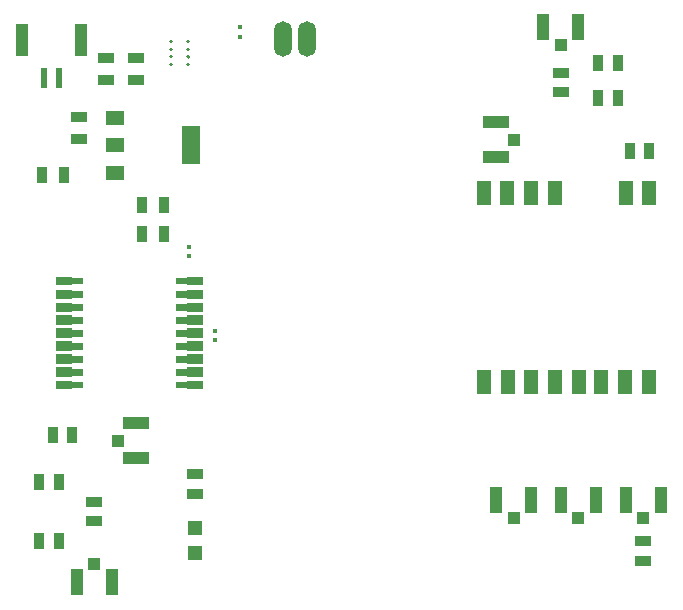
<source format=gbr>
G04*
G04 #@! TF.GenerationSoftware,Altium Limited,Altium Designer,24.6.1 (21)*
G04*
G04 Layer_Color=8421504*
%FSLAX25Y25*%
%MOIN*%
G70*
G04*
G04 #@! TF.SameCoordinates,FB6864B3-348A-4B3C-8FDE-2C751703143F*
G04*
G04*
G04 #@! TF.FilePolarity,Positive*
G04*
G01*
G75*
%ADD20C,0.00689*%
%ADD21R,0.05000X0.07874*%
%ADD22R,0.01772X0.01772*%
%ADD23R,0.05315X0.03347*%
%ADD24R,0.05512X0.03740*%
%ADD25O,0.05906X0.11811*%
%ADD26R,0.03937X0.04134*%
%ADD27R,0.04134X0.08661*%
%ADD28R,0.03347X0.05315*%
%ADD29R,0.05906X0.04724*%
%ADD30R,0.05906X0.12992*%
%ADD31R,0.04134X0.03937*%
%ADD32R,0.08661X0.04134*%
%ADD33R,0.03740X0.05512*%
%ADD34R,0.04724X0.04724*%
%ADD35R,0.03937X0.10630*%
%ADD36R,0.02362X0.06693*%
G36*
X18701Y76198D02*
Y78954D01*
X24213D01*
Y78560D01*
X27756D01*
Y76591D01*
X24213D01*
Y76198D01*
X18701D01*
D02*
G37*
G36*
Y80332D02*
Y83481D01*
X24213D01*
Y83088D01*
X27756D01*
Y80725D01*
X24213D01*
Y80332D01*
X18701D01*
D02*
G37*
G36*
Y84662D02*
Y87812D01*
X24213D01*
Y87418D01*
X27756D01*
Y85056D01*
X24213D01*
Y84662D01*
X18701D01*
D02*
G37*
G36*
Y88993D02*
Y92143D01*
X24213D01*
Y91749D01*
X27756D01*
Y89387D01*
X24213D01*
Y88993D01*
X18701D01*
D02*
G37*
G36*
Y93324D02*
Y96473D01*
X24213D01*
Y96080D01*
X27756D01*
Y93717D01*
X24213D01*
Y93324D01*
X18701D01*
D02*
G37*
G36*
Y97654D02*
Y100804D01*
X24213D01*
Y100410D01*
X27756D01*
Y98048D01*
X24213D01*
Y97654D01*
X18701D01*
D02*
G37*
G36*
Y101985D02*
Y105135D01*
X24213D01*
Y104741D01*
X27756D01*
Y102379D01*
X24213D01*
Y101985D01*
X18701D01*
D02*
G37*
G36*
Y106316D02*
Y109466D01*
X24213D01*
Y109072D01*
X27756D01*
Y106710D01*
X24213D01*
Y106316D01*
X18701D01*
D02*
G37*
G36*
Y110844D02*
Y113599D01*
X24213D01*
Y113206D01*
X27756D01*
Y111237D01*
X24213D01*
Y110844D01*
X18701D01*
D02*
G37*
G36*
X67913Y78954D02*
Y76198D01*
X62402D01*
Y76591D01*
X58858D01*
Y78560D01*
X62402D01*
Y78954D01*
X67913D01*
D02*
G37*
G36*
Y83481D02*
Y80332D01*
X62402D01*
Y80725D01*
X58858D01*
Y83088D01*
X62402D01*
Y83481D01*
X67913D01*
D02*
G37*
G36*
Y87812D02*
Y84662D01*
X62402D01*
Y85056D01*
X58858D01*
Y87418D01*
X62402D01*
Y87812D01*
X67913D01*
D02*
G37*
G36*
Y92143D02*
Y88993D01*
X62402D01*
Y89387D01*
X58858D01*
Y91749D01*
X62402D01*
Y92143D01*
X67913D01*
D02*
G37*
G36*
Y96473D02*
Y93324D01*
X62402D01*
Y93717D01*
X58858D01*
Y96080D01*
X62402D01*
Y96473D01*
X67913D01*
D02*
G37*
G36*
Y100804D02*
Y97654D01*
X62402D01*
Y98048D01*
X58858D01*
Y100410D01*
X62402D01*
Y100804D01*
X67913D01*
D02*
G37*
G36*
Y105135D02*
Y101985D01*
X62402D01*
Y102379D01*
X58858D01*
Y104741D01*
X62402D01*
Y105135D01*
X67913D01*
D02*
G37*
G36*
Y113599D02*
Y110844D01*
X62402D01*
Y111237D01*
X58858D01*
Y113206D01*
X62402D01*
Y113599D01*
X67913D01*
D02*
G37*
G36*
Y109466D02*
Y106316D01*
X62402D01*
Y106710D01*
X58858D01*
Y109072D01*
X62402D01*
Y109466D01*
X67913D01*
D02*
G37*
D20*
X63140Y192126D02*
G03*
X63140Y192126I-344J0D01*
G01*
Y189567D02*
G03*
X63140Y189567I-344J0D01*
G01*
Y187008D02*
G03*
X63140Y187008I-344J0D01*
G01*
Y184449D02*
G03*
X63140Y184449I-344J0D01*
G01*
X57431Y192126D02*
G03*
X57431Y192126I-344J0D01*
G01*
Y189567D02*
G03*
X57431Y189567I-344J0D01*
G01*
Y187008D02*
G03*
X57431Y187008I-344J0D01*
G01*
Y184449D02*
G03*
X57431Y184449I-344J0D01*
G01*
D21*
X185087Y141762D02*
D03*
X185039Y78740D02*
D03*
X200461Y78770D02*
D03*
X192961D02*
D03*
X177213Y78762D02*
D03*
X169339Y78740D02*
D03*
X216583D02*
D03*
X161465Y78770D02*
D03*
X208709Y141762D02*
D03*
X208459Y78762D02*
D03*
X161465Y141770D02*
D03*
X168965D02*
D03*
X177213Y141762D02*
D03*
X216583D02*
D03*
D22*
X62992Y123622D02*
D03*
Y120473D02*
D03*
X71653Y95669D02*
D03*
Y92520D02*
D03*
X79921Y196850D02*
D03*
Y193701D02*
D03*
D23*
X64961Y41339D02*
D03*
Y47835D02*
D03*
X187008Y181693D02*
D03*
Y175197D02*
D03*
X31496Y32185D02*
D03*
Y38681D02*
D03*
X214567Y19094D02*
D03*
Y25591D02*
D03*
D24*
X26377Y159744D02*
D03*
Y167028D02*
D03*
X45276Y186713D02*
D03*
Y179429D02*
D03*
X35433Y186713D02*
D03*
Y179429D02*
D03*
D25*
X102362Y192913D02*
D03*
X94488D02*
D03*
D26*
X187008Y190847D02*
D03*
X171358Y33366D02*
D03*
X192913D02*
D03*
X214469D02*
D03*
X31496Y17815D02*
D03*
D27*
X192815Y196850D02*
D03*
X181201D02*
D03*
X177165Y39370D02*
D03*
X165551D02*
D03*
X198721D02*
D03*
X187106D02*
D03*
X208661D02*
D03*
X220276D02*
D03*
X37303Y11811D02*
D03*
X25689D02*
D03*
D28*
X206004Y185039D02*
D03*
X199508D02*
D03*
X206004Y173228D02*
D03*
X199508D02*
D03*
X210039Y155512D02*
D03*
X216535D02*
D03*
X13189Y45276D02*
D03*
X19685D02*
D03*
Y25591D02*
D03*
X13189D02*
D03*
X17717Y61024D02*
D03*
X24213D02*
D03*
D29*
X38583Y166535D02*
D03*
Y157480D02*
D03*
Y148425D02*
D03*
D30*
X63779Y157480D02*
D03*
D31*
X171358Y159350D02*
D03*
X39272Y59055D02*
D03*
D32*
X165354Y165157D02*
D03*
Y153543D02*
D03*
X45276Y64862D02*
D03*
Y53248D02*
D03*
D33*
X54823Y137795D02*
D03*
X47539D02*
D03*
X21358Y147638D02*
D03*
X14075D02*
D03*
X54823Y127953D02*
D03*
X47539D02*
D03*
D34*
X64961Y29921D02*
D03*
Y21654D02*
D03*
D35*
X26967Y192618D02*
D03*
X7478D02*
D03*
D36*
X19683Y180020D02*
D03*
X14762D02*
D03*
M02*

</source>
